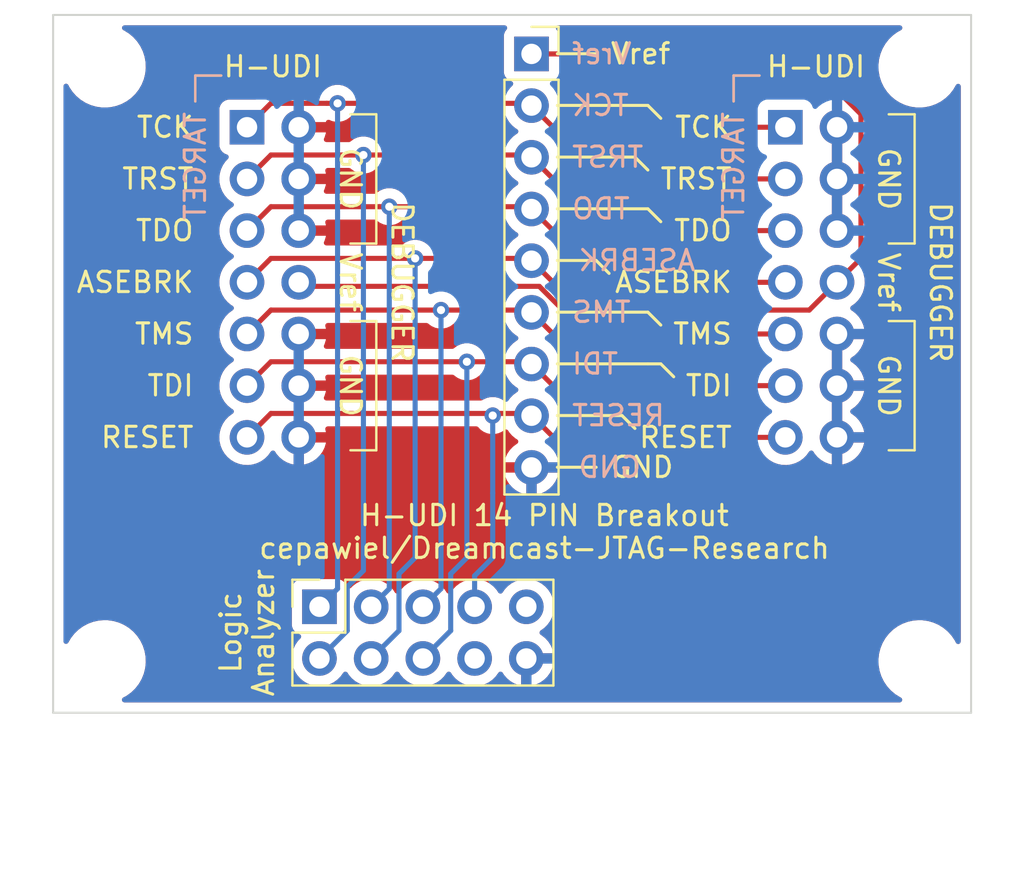
<source format=kicad_pcb>
(kicad_pcb (version 20211014) (generator pcbnew)
  (layers (0 "F.Cu" signal) (31 "B.Cu" signal) (34 "B.Paste" user) (35 "F.Paste" user) (36 "B.SilkS" user "B.Silkscreen") (37 "F.SilkS" user "F.Silkscreen") (38 "B.Mask" user) (39 "F.Mask" user) (44 "Edge.Cuts" user))
  (net 0 "")
  (net 1 "/TCK")
  (net 2 "/TRST")
  (net 3 "/TDO")
  (net 4 "/ASEBRK")
  (net 5 "/TMS")
  (net 6 "/TDI")
  (net 7 "/RESET")
  (net 10 "GND")
  (net 11 "VCC")
  (footprint "MountingHole:MountingHole_3mm" (layer "F.Cu") (at 112.395 70.485)
    (fp_text reference "H3" hide)
    (fp_text value "MountingHole")
    (pad "" np_thru_hole circle (at 0 0) (size 3 3) (drill 3) (layers *.Cu *.Mask))
  )
  (footprint "Connector_PinSocket_2.54mm:PinSocket_2x05_P2.54mm_Vertical" (layer "F.Cu") (at 122.936 97.028 90)
    (fp_text reference "J1" hide)
    (fp_text value "Logic Analyzer 2x5 Male 2.54MM")
    (fp_line (start 1.33 1.27) (end 1.33 11.49) (layer "F.SilkS") (width 0.12))
    (fp_line (start 0 -1.33) (end 1.33 -1.33) (layer "F.SilkS") (width 0.12))
    (fp_line (start -3.87 -1.33) (end -1.27 -1.33) (layer "F.SilkS") (width 0.12))
    (fp_line (start -1.27 1.27) (end 1.33 1.27) (layer "F.SilkS") (width 0.12))
    (fp_line (start -1.27 -1.33) (end -1.27 1.27) (layer "F.SilkS") (width 0.12))
    (fp_line (start 1.33 -1.33) (end 1.33 0) (layer "F.SilkS") (width 0.12))
    (fp_line (start -3.87 11.49) (end 1.33 11.49) (layer "F.SilkS") (width 0.12))
    (fp_line (start -3.87 -1.33) (end -3.87 11.49) (layer "F.SilkS") (width 0.12))
    (pad "1" thru_hole rect (at 0 0 90) (size 1.7 1.7) (drill 1) (layers *.Cu *.Mask) (net 1 "/TCK"))
    (pad "2" thru_hole oval (at -2.54 0 90) (size 1.7 1.7) (drill 1) (layers *.Cu *.Mask) (net 2 "/TRST"))
    (pad "3" thru_hole oval (at 0 2.54 90) (size 1.7 1.7) (drill 1) (layers *.Cu *.Mask) (net 3 "/TDO"))
    (pad "4" thru_hole oval (at -2.54 2.54 90) (size 1.7 1.7) (drill 1) (layers *.Cu *.Mask) (net 4 "/ASEBRK"))
    (pad "5" thru_hole oval (at 0 5.08 90) (size 1.7 1.7) (drill 1) (layers *.Cu *.Mask) (net 5 "/TMS"))
    (pad "6" thru_hole oval (at -2.54 5.08 90) (size 1.7 1.7) (drill 1) (layers *.Cu *.Mask) (net 6 "/TDI"))
    (pad "7" thru_hole oval (at 0 7.62 90) (size 1.7 1.7) (drill 1) (layers *.Cu *.Mask) (net 7 "/RESET"))
    (pad "8" thru_hole oval (at -2.54 7.62 90) (size 1.7 1.7) (drill 1) (layers *.Cu *.Mask))
    (pad "9" thru_hole oval (at 0 10.16 90) (size 1.7 1.7) (drill 1) (layers *.Cu *.Mask))
    (pad "10" thru_hole oval (at -2.54 10.16 90) (size 1.7 1.7) (drill 1) (layers *.Cu *.Mask) (net 10 "GND"))
  )
  (footprint "MountingHole:MountingHole_3mm" (layer "F.Cu") (at 152.4 70.485)
    (fp_text reference "H4" hide)
    (fp_text value "MountingHole")
    (pad "" np_thru_hole circle (at 0 0) (size 3 3) (drill 3) (layers *.Cu *.Mask))
  )
  (footprint "footprints:H-UDI 14" (layer "F.Cu") (at 145.816 73.462)
    (fp_text reference "J2" hide)
    (fp_text value "H-UDI 14")
    (fp_text user "TARGET" (at -2.54 1.905 90 unlocked) (layer "B.SilkS") (effects (justify mirror)))
    (fp_text user "Vref" (at 5.08 7.62 270 unlocked) (layer "F.SilkS"))
    (fp_text user "TCK" (at -2.54 0 unlocked) (layer "F.SilkS") (effects (justify right)))
    (fp_text user "TMS" (at -2.54 10.16 unlocked) (layer "F.SilkS") (effects (justify right)))
    (fp_text user "TDO" (at -2.54 5.08 unlocked) (layer "F.SilkS") (effects (justify right)))
    (fp_text user "TRST" (at -2.54 2.54 unlocked) (layer "F.SilkS") (effects (justify right)))
    (fp_text user "GND" (at 5.08 12.7 270 unlocked) (layer "F.SilkS"))
    (fp_text user "TDI" (at -2.54 12.7 unlocked) (layer "F.SilkS") (effects (justify right)))
    (fp_text user "DEBUGGER" (at 7.62 7.62 270 unlocked) (layer "F.SilkS"))
    (fp_text user "GND" (at 5.08 2.54 270 unlocked) (layer "F.SilkS"))
    (fp_text user "ASEBRK" (at -2.54 7.62 unlocked) (layer "F.SilkS") (effects (justify right)))
    (fp_text user "RESET" (at -2.54 15.24 unlocked) (layer "F.SilkS") (effects (justify right)))
    (fp_line (start -2.54 -2.54) (end -2.54 -1.27) (layer "B.SilkS") (width 0.12))
    (fp_line (start -1.27 -2.54) (end -2.54 -2.54) (layer "B.SilkS") (width 0.12))
    (fp_line (start 5.08 9.525) (end 6.35 9.525) (layer "F.SilkS") (width 0.12))
    (fp_line (start 6.35 5.715) (end 5.08 5.715) (layer "F.SilkS") (width 0.12))
    (fp_line (start 6.35 9.525) (end 6.35 15.875) (layer "F.SilkS") (width 0.12))
    (fp_line (start 6.35 15.875) (end 5.08 15.875) (layer "F.SilkS") (width 0.12))
    (fp_line (start -1.27 -2.54) (end -2.54 -2.54) (layer "F.SilkS") (width 0.12))
    (fp_line (start 6.35 -0.635) (end 6.35 5.715) (layer "F.SilkS") (width 0.12))
    (fp_line (start -2.54 -2.54) (end -2.54 -1.27) (layer "F.SilkS") (width 0.12))
    (fp_line (start 5.08 -0.635) (end 6.35 -0.635) (layer "F.SilkS") (width 0.12))
    (pad "1" thru_hole rect (at 0 0) (size 1.7 1.7) (drill 1) (layers *.Cu *.Mask) (net 1 "/TCK"))
    (pad "2" thru_hole oval (at 0 2.54) (size 1.7 1.7) (drill 1) (layers *.Cu *.Mask) (net 2 "/TRST"))
    (pad "3" thru_hole oval (at 0 5.08) (size 1.7 1.7) (drill 1) (layers *.Cu *.Mask) (net 3 "/TDO"))
    (pad "4" thru_hole oval (at 0 7.62) (size 1.7 1.7) (drill 1) (layers *.Cu *.Mask) (net 4 "/ASEBRK"))
    (pad "5" thru_hole oval (at 0 10.16) (size 1.7 1.7) (drill 1) (layers *.Cu *.Mask) (net 5 "/TMS"))
    (pad "6" thru_hole oval (at 0 12.7) (size 1.7 1.7) (drill 1) (layers *.Cu *.Mask) (net 6 "/TDI"))
    (pad "7" thru_hole oval (at 0 15.24) (size 1.7 1.7) (drill 1) (layers *.Cu *.Mask) (net 7 "/RESET"))
    (pad "8" thru_hole oval (at 2.54 0) (size 1.7 1.7) (drill 1) (layers *.Cu *.Mask) (net 10 "GND"))
    (pad "9" thru_hole oval (at 2.54 2.54) (size 1.7 1.7) (drill 1) (layers *.Cu *.Mask) (net 10 "GND"))
    (pad "10" thru_hole oval (at 2.54 5.08) (size 1.7 1.7) (drill 1) (layers *.Cu *.Mask) (net 10 "GND"))
    (pad "11" thru_hole oval (at 2.54 7.62) (size 1.7 1.7) (drill 1) (layers *.Cu *.Mask) (net 11 "VCC"))
    (pad "12" thru_hole oval (at 2.54 10.16) (size 1.7 1.7) (drill 1) (layers *.Cu *.Mask) (net 10 "GND"))
    (pad "13" thru_hole oval (at 2.54 12.7) (size 1.7 1.7) (drill 1) (layers *.Cu *.Mask) (net 10 "GND"))
    (pad "14" thru_hole oval (at 2.54 15.24) (size 1.7 1.7) (drill 1) (layers *.Cu *.Mask) (net 10 "GND"))
  )
  (footprint "MountingHole:MountingHole_3mm" (layer "F.Cu") (at 152.4 99.695)
    (fp_text reference "H2" hide)
    (fp_text value "MountingHole")
    (pad "" np_thru_hole circle (at 0 0) (size 3 3) (drill 3) (layers *.Cu *.Mask))
  )
  (footprint "MountingHole:MountingHole_3mm" (layer "F.Cu") (at 112.395 99.695)
    (fp_text reference "H1" hide)
    (fp_text value "MountingHole")
    (pad "" np_thru_hole circle (at 0 0) (size 3 3) (drill 3) (layers *.Cu *.Mask))
  )
  (footprint "footprints:H-UDI 14" (layer "F.Cu") (at 119.378 73.462)
    (fp_text reference "J4" hide)
    (fp_text value "H-UDI 14")
    (fp_text user "TARGET" (at -2.54 1.905 90 unlocked) (layer "B.SilkS") (effects (justify mirror)))
    (fp_text user "TMS" (at -2.54 10.16 unlocked) (layer "F.SilkS") (effects (justify right)))
    (fp_text user "TCK" (at -2.54 0 unlocked) (layer "F.SilkS") (effects (justify right)))
    (fp_text user "TDO" (at -2.54 5.08 unlocked) (layer "F.SilkS") (effects (justify right)))
    (fp_text user "TRST" (at -2.54 2.54 unlocked) (layer "F.SilkS") (effects (justify right)))
    (fp_text user "GND" (at 5.08 2.54 270 unlocked) (layer "F.SilkS"))
    (fp_text user "DEBUGGER" (at 7.62 7.62 270 unlocked) (layer "F.SilkS"))
    (fp_text user "GND" (at 5.08 12.7 270 unlocked) (layer "F.SilkS"))
    (fp_text user "RESET" (at -2.54 15.24 unlocked) (layer "F.SilkS") (effects (justify right)))
    (fp_text user "Vref" (at 5.08 7.62 270 unlocked) (layer "F.SilkS"))
    (fp_text user "ASEBRK" (at -2.54 7.62 unlocked) (layer "F.SilkS") (effects (justify right)))
    (fp_text user "TDI" (at -2.54 12.7 unlocked) (layer "F.SilkS") (effects (justify right)))
    (fp_line (start -1.27 -2.54) (end -2.54 -2.54) (layer "B.SilkS") (width 0.12))
    (fp_line (start -2.54 -2.54) (end -2.54 -1.27) (layer "B.SilkS") (width 0.12))
    (fp_line (start -1.27 -2.54) (end -2.54 -2.54) (layer "F.SilkS") (width 0.12))
    (fp_line (start 5.08 9.525) (end 6.35 9.525) (layer "F.SilkS") (width 0.12))
    (fp_line (start 5.08 -0.635) (end 6.35 -0.635) (layer "F.SilkS") (width 0.12))
    (fp_line (start 6.35 -0.635) (end 6.35 5.715) (layer "F.SilkS") (width 0.12))
    (fp_line (start -2.54 -2.54) (end -2.54 -1.27) (layer "F.SilkS") (width 0.12))
    (fp_line (start 6.35 5.715) (end 5.08 5.715) (layer "F.SilkS") (width 0.12))
    (fp_line (start 6.35 15.875) (end 5.08 15.875) (layer "F.SilkS") (width 0.12))
    (fp_line (start 6.35 9.525) (end 6.35 15.875) (layer "F.SilkS") (width 0.12))
    (pad "1" thru_hole rect (at 0 0) (size 1.7 1.7) (drill 1) (layers *.Cu *.Mask) (net 1 "/TCK"))
    (pad "2" thru_hole oval (at 0 2.54) (size 1.7 1.7) (drill 1) (layers *.Cu *.Mask) (net 2 "/TRST"))
    (pad "3" thru_hole oval (at 0 5.08) (size 1.7 1.7) (drill 1) (layers *.Cu *.Mask) (net 3 "/TDO"))
    (pad "4" thru_hole oval (at 0 7.62) (size 1.7 1.7) (drill 1) (layers *.Cu *.Mask) (net 4 "/ASEBRK"))
    (pad "5" thru_hole oval (at 0 10.16) (size 1.7 1.7) (drill 1) (layers *.Cu *.Mask) (net 5 "/TMS"))
    (pad "6" thru_hole oval (at 0 12.7) (size 1.7 1.7) (drill 1) (layers *.Cu *.Mask) (net 6 "/TDI"))
    (pad "7" thru_hole oval (at 0 15.24) (size 1.7 1.7) (drill 1) (layers *.Cu *.Mask) (net 7 "/RESET"))
    (pad "8" thru_hole oval (at 2.54 0) (size 1.7 1.7) (drill 1) (layers *.Cu *.Mask) (net 10 "GND"))
    (pad "9" thru_hole oval (at 2.54 2.54) (size 1.7 1.7) (drill 1) (layers *.Cu *.Mask) (net 10 "GND"))
    (pad "10" thru_hole oval (at 2.54 5.08) (size 1.7 1.7) (drill 1) (layers *.Cu *.Mask) (net 10 "GND"))
    (pad "11" thru_hole oval (at 2.54 7.62) (size 1.7 1.7) (drill 1) (layers *.Cu *.Mask) (net 11 "VCC"))
    (pad "12" thru_hole oval (at 2.54 10.16) (size 1.7 1.7) (drill 1) (layers *.Cu *.Mask) (net 10 "GND"))
    (pad "13" thru_hole oval (at 2.54 12.7) (size 1.7 1.7) (drill 1) (layers *.Cu *.Mask) (net 10 "GND"))
    (pad "14" thru_hole oval (at 2.54 15.24) (size 1.7 1.7) (drill 1) (layers *.Cu *.Mask) (net 10 "GND"))
  )
  (footprint "Connector_PinSocket_2.54mm:PinSocket_1x09_P2.54mm_Vertical" (layer "F.Cu") (at 133.35 69.86)
    (fp_text reference "J3" hide)
    (fp_text value "Conn_01x08")
    (fp_line (start 1.33 1.27) (end 1.33 21.65) (layer "F.SilkS") (width 0.12))
    (fp_line (start -1.33 21.65) (end 1.33 21.65) (layer "F.SilkS") (width 0.12))
    (fp_line (start 0 -1.33) (end 1.33 -1.33) (layer "F.SilkS") (width 0.12))
    (fp_line (start -1.33 1.27) (end -1.33 21.65) (layer "F.SilkS") (width 0.12))
    (fp_line (start 1.33 -1.33) (end 1.33 0) (layer "F.SilkS") (width 0.12))
    (fp_line (start -1.33 1.27) (end 1.33 1.27) (layer "F.SilkS") (width 0.12))
    (pad "1" thru_hole rect (at 0 0) (size 1.7 1.7) (drill 1) (layers *.Cu *.Mask) (net 11 "VCC"))
    (pad "2" thru_hole oval (at 0 2.54) (size 1.7 1.7) (drill 1) (layers *.Cu *.Mask) (net 1 "/TCK"))
    (pad "3" thru_hole oval (at 0 5.08) (size 1.7 1.7) (drill 1) (layers *.Cu *.Mask) (net 2 "/TRST"))
    (pad "4" thru_hole oval (at 0 7.62) (size 1.7 1.7) (drill 1) (layers *.Cu *.Mask) (net 3 "/TDO"))
    (pad "5" thru_hole oval (at 0 10.16) (size 1.7 1.7) (drill 1) (layers *.Cu *.Mask) (net 4 "/ASEBRK"))
    (pad "6" thru_hole oval (at 0 12.7) (size 1.7 1.7) (drill 1) (layers *.Cu *.Mask) (net 5 "/TMS"))
    (pad "7" thru_hole oval (at 0 15.24) (size 1.7 1.7) (drill 1) (layers *.Cu *.Mask) (net 6 "/TDI"))
    (pad "8" thru_hole oval (at 0 17.78) (size 1.7 1.7) (drill 1) (layers *.Cu *.Mask) (net 7 "/RESET"))
    (pad "9" thru_hole oval (at 0 20.32) (size 1.7 1.7) (drill 1) (layers *.Cu *.Mask) (net 10 "GND"))
  )
  (gr_line (start 134.62 74.93) (end 138.43 74.93) (layer "F.SilkS") (width 0.15))
  (gr_line (start 134.62 87.63) (end 137.795 87.63) (layer "F.SilkS") (width 0.15))
  (gr_line (start 134.62 82.55) (end 139.065 82.55) (layer "F.SilkS") (width 0.15))
  (gr_line (start 139.7 85.09) (end 140.335 85.725) (layer "F.SilkS") (width 0.15))
  (gr_line (start 134.62 90.17) (end 136.525 90.17) (layer "F.SilkS") (width 0.15))
  (gr_line (start 136.525 69.85) (end 134.62 69.85) (layer "F.SilkS") (width 0.15))
  (gr_line (start 136.525 80.01) (end 137.16 80.645) (layer "F.SilkS") (width 0.15))
  (gr_line (start 137.795 87.63) (end 138.43 88.265) (layer "F.SilkS") (width 0.15))
  (gr_line (start 139.065 82.55) (end 139.7 83.185) (layer "F.SilkS") (width 0.15))
  (gr_line (start 139.065 72.39) (end 139.7 73.025) (layer "F.SilkS") (width 0.15))
  (gr_line (start 139.065 85.09) (end 139.7 85.09) (layer "F.SilkS") (width 0.15))
  (gr_line (start 134.62 85.09) (end 139.065 85.09) (layer "F.SilkS") (width 0.15))
  (gr_line (start 134.62 77.47) (end 139.065 77.47) (layer "F.SilkS") (width 0.15))
  (gr_line (start 138.43 74.93) (end 139.065 75.565) (layer "F.SilkS") (width 0.15))
  (gr_line (start 134.62 80.01) (end 136.525 80.01) (layer "F.SilkS") (width 0.15))
  (gr_line (start 134.62 72.39) (end 139.065 72.39) (layer "F.SilkS") (width 0.15))
  (gr_line (start 139.065 77.47) (end 139.7 78.105) (layer "F.SilkS") (width 0.15))
  (gr_line (start 109.855 67.945) (end 154.94 67.945) (layer "Edge.Cuts") (width 0.1))
  (gr_line (start 154.94 67.945) (end 154.94 102.235) (layer "Edge.Cuts") (width 0.1))
  (gr_line (start 109.855 102.235) (end 109.855 67.945) (layer "Edge.Cuts") (width 0.1))
  (gr_line (start 154.94 102.235) (end 109.855 102.235) (layer "Edge.Cuts") (width 0.1))
  (gr_text "TCK" (at 135.255 72.39) (layer "B.SilkS") (effects (font (size 1 1)) (justify right mirror)))
  (gr_text "TRST" (at 135.255 74.93) (layer "B.SilkS") (effects (font (size 1 1)) (justify right mirror)))
  (gr_text "TMS" (at 135.255 82.55) (layer "B.SilkS") (effects (font (size 1 1)) (justify right mirror)))
  (gr_text "TDO" (at 135.255 77.47) (layer "B.SilkS") (effects (font (size 1 1)) (justify right mirror)))
  (gr_text "Vref" (at 135.255 69.85) (layer "B.SilkS") (effects (font (size 1 1)) (justify right mirror)))
  (gr_text "RESET" (at 135.255 87.63) (layer "B.SilkS") (effects (font (size 1 1)) (justify right mirror)))
  (gr_text "GND" (at 135.5725 90.17) (layer "B.SilkS") (effects (font (size 1 1)) (justify right mirror)))
  (gr_text "ASEBRK" (at 135.5725 80.01) (layer "B.SilkS") (effects (font (size 1 1)) (justify right mirror)))
  (gr_text "TDI" (at 135.255 85.09) (layer "B.SilkS") (effects (font (size 1 1)) (justify right mirror)))
  (gr_text "GND" (at 137.16 90.17) (layer "F.SilkS") (effects (font (size 1 1)) (justify left)))
  (gr_text "H-UDI" (at 147.32 70.485) (layer "F.SilkS") (effects (font (size 1 1))))
  (gr_text "Logic\nAnalyzer" (at 119.38 98.298 90) (layer "F.SilkS") (effects (font (size 1 1))))
  (gr_text "H-UDI" (at 120.65 70.485) (layer "F.SilkS") (effects (font (size 1 1))))
  (gr_text "H-UDI 14 PIN Breakout\ncepawiel/Dreamcast-JTAG-Research" (at 133.985 93.345) (layer "F.SilkS") (effects (font (size 1 1))))
  (gr_text "Vref" (at 137.16 69.85) (layer "F.SilkS") (effects (font (size 1 1)) (justify left)))
  (segment (start 123.293 72.287) (end 120.553 72.287) (width 0.25) (layer "F.Cu") (net 1))
  (segment (start 133.35 72.4) (end 134.412 73.462) (width 0.25) (layer "F.Cu") (net 1))
  (segment (start 133.257 72.287) (end 123.293 72.287) (width 0.25) (layer "F.Cu") (net 1))
  (segment (start 120.553 72.287) (end 119.378 73.462) (width 0.25) (layer "F.Cu") (net 1))
  (segment (start 133.375 72.405) (end 133.257 72.287) (width 0.25) (layer "F.Cu") (net 1))
  (segment (start 134.412 73.462) (end 145.816 73.462) (width 0.25) (layer "F.Cu") (net 1))
  (via (at 123.825 72.287) (size 0.8) (drill 0.4) (layers "F.Cu" "B.Cu") (net 1))
  (segment (start 123.825 96.139) (end 122.936 97.028) (width 0.25) (layer "B.Cu") (net 1))
  (segment (start 123.825 72.287) (end 123.825 96.139) (width 0.25) (layer "B.Cu") (net 1))
  (segment (start 133.35 74.94) (end 134.412 76.002) (width 0.25) (layer "F.Cu") (net 2))
  (segment (start 133.375 74.945) (end 133.257 74.827) (width 0.25) (layer "F.Cu") (net 2))
  (segment (start 133.257 74.827) (end 125.119 74.827) (width 0.25) (layer "F.Cu") (net 2))
  (segment (start 134.412 76.002) (end 145.816 76.002) (width 0.25) (layer "F.Cu") (net 2))
  (segment (start 119.378 76.002) (end 120.553 74.827) (width 0.25) (layer "F.Cu") (net 2))
  (segment (start 120.553 74.827) (end 125.119 74.827) (width 0.25) (layer "F.Cu") (net 2))
  (via (at 125.095 74.827) (size 0.8) (drill 0.4) (layers "F.Cu" "B.Cu") (net 2))
  (segment (start 124.301 98.203) (end 124.301 96.044) (width 0.25) (layer "B.Cu") (net 2))
  (segment (start 125.095 95.25) (end 125.095 74.827) (width 0.25) (layer "B.Cu") (net 2))
  (segment (start 124.301 96.044) (end 125.095 95.25) (width 0.25) (layer "B.Cu") (net 2))
  (segment (start 122.936 99.568) (end 124.301 98.203) (width 0.25) (layer "B.Cu") (net 2))
  (segment (start 120.553 77.367) (end 125.881 77.367) (width 0.25) (layer "F.Cu") (net 3))
  (segment (start 133.257 77.367) (end 125.881 77.367) (width 0.25) (layer "F.Cu") (net 3))
  (segment (start 134.412 78.542) (end 133.35 77.48) (width 0.25) (layer "F.Cu") (net 3))
  (segment (start 119.378 78.542) (end 120.553 77.367) (width 0.25) (layer "F.Cu") (net 3))
  (segment (start 145.816 78.542) (end 134.412 78.542) (width 0.25) (layer "F.Cu") (net 3))
  (segment (start 133.375 77.485) (end 133.257 77.367) (width 0.25) (layer "F.Cu") (net 3))
  (via (at 126.365 77.367) (size 0.8) (drill 0.4) (layers "F.Cu" "B.Cu") (net 3))
  (segment (start 126.365 96.139) (end 125.476 97.028) (width 0.25) (layer "B.Cu") (net 3))
  (segment (start 126.365 77.367) (end 126.365 96.139) (width 0.25) (layer "B.Cu") (net 3))
  (segment (start 134.412 81.082) (end 133.35 80.02) (width 0.25) (layer "F.Cu") (net 4))
  (segment (start 119.378 81.082) (end 120.553 79.907) (width 0.25) (layer "F.Cu") (net 4))
  (segment (start 120.553 79.907) (end 126.643 79.907) (width 0.25) (layer "F.Cu") (net 4))
  (segment (start 133.257 79.907) (end 126.643 79.907) (width 0.25) (layer "F.Cu") (net 4))
  (segment (start 145.816 81.082) (end 134.412 81.082) (width 0.25) (layer "F.Cu") (net 4))
  (segment (start 133.375 80.025) (end 133.257 79.907) (width 0.25) (layer "F.Cu") (net 4))
  (via (at 127.635 79.907) (size 0.8) (drill 0.4) (layers "F.Cu" "B.Cu") (net 4))
  (segment (start 126.841 98.203) (end 126.841 95.409) (width 0.25) (layer "B.Cu") (net 4))
  (segment (start 125.476 99.568) (end 126.841 98.203) (width 0.25) (layer "B.Cu") (net 4))
  (segment (start 126.841 95.409) (end 127.635 94.615) (width 0.25) (layer "B.Cu") (net 4))
  (segment (start 127.635 94.615) (end 127.635 79.907) (width 0.25) (layer "B.Cu") (net 4))
  (segment (start 134.412 83.622) (end 133.35 82.56) (width 0.25) (layer "F.Cu") (net 5))
  (segment (start 145.816 83.622) (end 134.412 83.622) (width 0.25) (layer "F.Cu") (net 5))
  (segment (start 120.553 82.447) (end 119.378 83.622) (width 0.25) (layer "F.Cu") (net 5))
  (segment (start 133.257 82.447) (end 129.008 82.447) (width 0.25) (layer "F.Cu") (net 5))
  (segment (start 129.008 82.447) (end 120.553 82.447) (width 0.25) (layer "F.Cu") (net 5))
  (segment (start 133.375 82.565) (end 133.257 82.447) (width 0.25) (layer "F.Cu") (net 5))
  (via (at 128.905 82.447) (size 0.8) (drill 0.4) (layers "F.Cu" "B.Cu") (net 5))
  (segment (start 128.905 82.447) (end 128.905 96.139) (width 0.25) (layer "B.Cu") (net 5))
  (segment (start 128.905 96.139) (end 128.016 97.028) (width 0.25) (layer "B.Cu") (net 5))
  (segment (start 133.257 84.987) (end 130.278 84.987) (width 0.25) (layer "F.Cu") (net 6))
  (segment (start 134.412 86.162) (end 145.816 86.162) (width 0.25) (layer "F.Cu") (net 6))
  (segment (start 130.278 84.987) (end 120.553 84.987) (width 0.25) (layer "F.Cu") (net 6))
  (segment (start 133.35 85.1) (end 134.412 86.162) (width 0.25) (layer "F.Cu") (net 6))
  (segment (start 133.375 85.105) (end 133.257 84.987) (width 0.25) (layer "F.Cu") (net 6))
  (segment (start 120.553 84.987) (end 119.378 86.162) (width 0.25) (layer "F.Cu") (net 6))
  (via (at 130.175 84.987) (size 0.8) (drill 0.4) (layers "F.Cu" "B.Cu") (net 6))
  (segment (start 129.381 95.409) (end 130.175 94.615) (width 0.25) (layer "B.Cu") (net 6))
  (segment (start 130.175 94.615) (end 130.175 84.987) (width 0.25) (layer "B.Cu") (net 6))
  (segment (start 128.016 99.568) (end 129.381 98.203) (width 0.25) (layer "B.Cu") (net 6))
  (segment (start 129.381 98.203) (end 129.381 95.409) (width 0.25) (layer "B.Cu") (net 6))
  (segment (start 131.548 87.527) (end 120.553 87.527) (width 0.25) (layer "F.Cu") (net 7))
  (segment (start 120.553 87.527) (end 119.378 88.702) (width 0.25) (layer "F.Cu") (net 7))
  (segment (start 133.375 87.645) (end 133.257 87.527) (width 0.25) (layer "F.Cu") (net 7))
  (segment (start 134.432 88.702) (end 133.375 87.645) (width 0.25) (layer "F.Cu") (net 7))
  (segment (start 145.816 88.702) (end 134.432 88.702) (width 0.25) (layer "F.Cu") (net 7))
  (segment (start 133.257 87.527) (end 131.548 87.527) (width 0.25) (layer "F.Cu") (net 7))
  (via (at 131.445 87.63) (size 0.8) (drill 0.4) (layers "F.Cu" "B.Cu") (net 7))
  (segment (start 131.445 87.63) (end 131.445 91.44) (width 0.25) (layer "B.Cu") (net 7))
  (segment (start 130.556 95.504) (end 131.445 94.615) (width 0.25) (layer "B.Cu") (net 7))
  (segment (start 130.556 97.028) (end 130.556 95.504) (width 0.25) (layer "B.Cu") (net 7))
  (segment (start 131.445 91.44) (end 131.445 94.615) (width 0.25) (layer "B.Cu") (net 7))
  (segment (start 148.356 81.082) (end 146.991 82.447) (width 0.25) (layer "F.Cu") (net 11))
  (segment (start 149.531 79.907) (end 149.531 72.823) (width 0.25) (layer "F.Cu") (net 11))
  (segment (start 149.531 72.823) (end 146.568 69.86) (width 0.25) (layer "F.Cu") (net 11))
  (segment (start 134.898701 82.447) (end 133.731701 81.28) (width 0.25) (layer "F.Cu") (net 11))
  (segment (start 121.918 81.082) (end 122.116 81.28) (width 0.25) (layer "F.Cu") (net 11))
  (segment (start 133.731701 81.28) (end 127.508 81.28) (width 0.25) (layer "F.Cu") (net 11))
  (segment (start 122.116 81.28) (end 127.508 81.28) (width 0.25) (layer "F.Cu") (net 11))
  (segment (start 148.356 81.082) (end 149.531 79.907) (width 0.25) (layer "F.Cu") (net 11))
  (segment (start 146.991 82.447) (end 134.898701 82.447) (width 0.25) (layer "F.Cu") (net 11))
  (segment (start 146.568 69.86) (end 133.35 69.86) (width 0.25) (layer "F.Cu") (net 11))
  (zone (net 10) (net_name "GND") (layers F&B.Cu) (connect_pads (clearance 0.508)) (min_thickness 0.254) (fill yes (thermal_gap 0.508) (thermal_bridge_width 0.508))
    (polygon (pts (xy 154.94 102.235) (xy 109.855 102.235) (xy 109.855 67.945) (xy 154.94 67.945)))
  )
)
</source>
